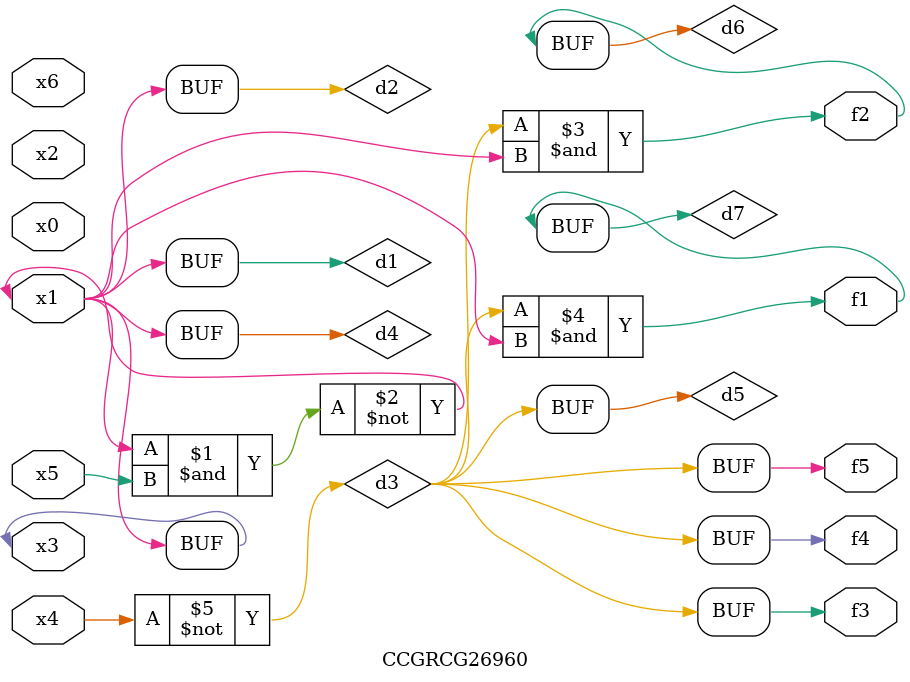
<source format=v>
module CCGRCG26960(
	input x0, x1, x2, x3, x4, x5, x6,
	output f1, f2, f3, f4, f5
);

	wire d1, d2, d3, d4, d5, d6, d7;

	buf (d1, x1, x3);
	nand (d2, x1, x5);
	not (d3, x4);
	buf (d4, d1, d2);
	buf (d5, d3);
	and (d6, d3, d4);
	and (d7, d3, d4);
	assign f1 = d7;
	assign f2 = d6;
	assign f3 = d5;
	assign f4 = d5;
	assign f5 = d5;
endmodule

</source>
